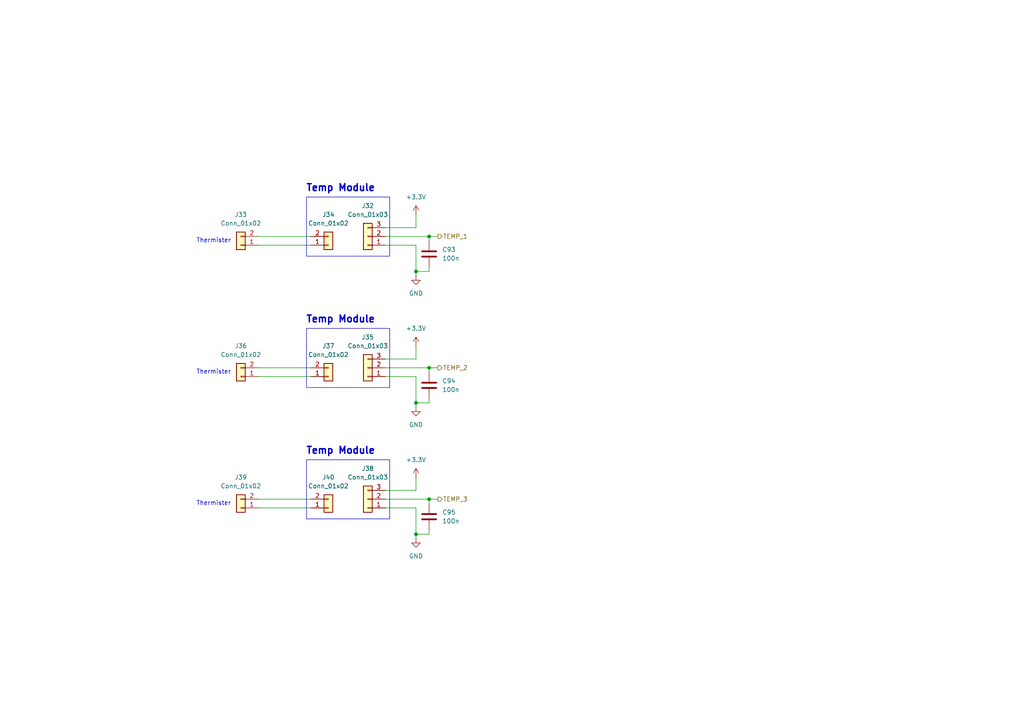
<source format=kicad_sch>
(kicad_sch (version 20250114) (generator "eeschema") (generator_version "9.0")
  (paper "A4")
  (title_block (title "Scorpion max V1") (rev "V1"))
  (lib_symbols
    (symbol "Connector_Generic:Conn_01x02" (pin_names (offset 1.016) (hide yes))
      (property "Reference" "J" (at 0 2.54 0))
      (property "Value" "Conn_01x02" (at 0 -5.08 0))
      (symbol "Conn_01x02_1_1"
        (rectangle (start -1.27 1.27) (end 1.27 -3.81) (stroke (width 0.254)) (fill (type background)))
        (rectangle (start -1.27 0.127) (end 0 -0.127) (stroke (width 0.1524)))
        (rectangle (start -1.27 -2.413) (end 0 -2.667) (stroke (width 0.1524)))
        (pin passive line (at -5.08 0 0) (length 3.81) (name "Pin_1") (number "1"))
        (pin passive line (at -5.08 -2.54 0) (length 3.81) (name "Pin_2") (number "2"))
      )
    )
    (symbol "Connector_Generic:Conn_01x03" (pin_names (offset 1.016) (hide yes))
      (property "Reference" "J" (at 0 5.08 0))
      (property "Value" "Conn_01x03" (at 0 -5.08 0))
      (symbol "Conn_01x03_1_1"
        (rectangle (start -1.27 3.81) (end 1.27 -3.81) (stroke (width 0.254)) (fill (type background)))
        (rectangle (start -1.27 2.667) (end 0 2.413) (stroke (width 0.1524)))
        (rectangle (start -1.27 0.127) (end 0 -0.127) (stroke (width 0.1524)))
        (rectangle (start -1.27 -2.413) (end 0 -2.667) (stroke (width 0.1524)))
        (pin passive line (at -5.08 2.54 0) (length 3.81) (name "Pin_1") (number "1"))
        (pin passive line (at -5.08 0 0) (length 3.81) (name "Pin_2") (number "2"))
        (pin passive line (at -5.08 -2.54 0) (length 3.81) (name "Pin_3") (number "3"))
      )
    )
    (symbol "Device:C" (pin_numbers (hide yes)) (pin_names (offset 0.254))
      (property "Reference" "C" (at 0.635 2.54 0))
      (property "Value" "C" (at 0.635 -2.54 0))
      (symbol "C_0_1"
        (polyline (pts (xy -2.032 0.762) (xy 2.032 0.762)) (stroke (width 0.508)))
        (polyline (pts (xy -2.032 -0.762) (xy 2.032 -0.762)) (stroke (width 0.508)))
      )
      (symbol "C_1_1"
        (pin passive line (at 0 3.81 270) (length 2.794) (name "~") (number "1"))
        (pin passive line (at 0 -3.81 90) (length 2.794) (name "~") (number "2"))
      )
    )
    (symbol "power:+3.3V" (power) (pin_numbers (hide yes)) (pin_names (offset 0) (hide yes))
      (property "Value" "+3.3V" (at 0 3.556 0))
      (symbol "+3.3V_0_1"
        (polyline (pts (xy -0.762 1.27) (xy 0 2.54)))
        (polyline (pts (xy 0 2.54) (xy 0.762 1.27)))
        (polyline (pts (xy 0 0) (xy 0 2.54)))
      )
      (symbol "+3.3V_1_1"
        (pin power_in line (at 0 0 90) (length 0) (name "~") (number "1"))
      )
    )
    (symbol "power:GND" (power) (pin_numbers (hide yes)) (pin_names (offset 0) (hide yes))
      (property "Value" "GND" (at 0 -3.81 0))
      (symbol "GND_0_1"
        (polyline (pts (xy 0 0) (xy 0 -1.27) (xy 1.27 -1.27) (xy 0 -2.54) (xy -1.27 -1.27) (xy 0 -1.27)))
      )
      (symbol "GND_1_1"
        (pin power_in line (at 0 0 270) (length 0) (name "~") (number "1"))
      )
    )
  )
  (rectangle (start 88.9 133.35) (end 113.03 150.495))
  (rectangle (start 88.9 95.25) (end 113.03 112.395))
  (rectangle (start 88.9 57.15) (end 113.03 74.295))
  (text "Thermister\n" (at 61.976 69.85 0) (effects (font (size 1.27 1.27))))
  (text "Temp Module\n" (at 98.806 130.81 0) (effects (font (size 2 2) (thickness 0.4) (bold yes))))
  (text "Temp Module\n" (at 98.806 54.61 0) (effects (font (size 2 2) (thickness 0.4) (bold yes))))
  (text "Thermister\n" (at 61.976 146.05 0) (effects (font (size 1.27 1.27))))
  (text "Temp Module\n" (at 98.806 92.71 0) (effects (font (size 2 2) (thickness 0.4) (bold yes))))
  (text "Thermister\n" (at 61.976 107.95 0) (effects (font (size 1.27 1.27))))
  (junction (at 124.46 106.68))
  (junction (at 124.46 68.58))
  (junction (at 124.46 144.78))
  (junction (at 120.65 116.84))
  (junction (at 120.65 154.94))
  (junction (at 120.65 78.74))
  (wire (pts (xy 90.17 106.68) (xy 74.93 106.68)))
  (wire (pts (xy 120.65 104.14) (xy 120.65 100.33)))
  (wire (pts (xy 120.65 71.12) (xy 120.65 78.74)))
  (wire (pts (xy 127 144.78) (xy 124.46 144.78)))
  (wire (pts (xy 127 106.68) (xy 124.46 106.68)))
  (wire (pts (xy 111.76 147.32) (xy 120.65 147.32)))
  (wire (pts (xy 90.17 68.58) (xy 74.93 68.58)))
  (wire (pts (xy 124.46 144.78) (xy 111.76 144.78)))
  (wire (pts (xy 124.46 154.94) (xy 124.46 153.67)))
  (wire (pts (xy 120.65 116.84) (xy 120.65 118.11)))
  (wire (pts (xy 111.76 71.12) (xy 120.65 71.12)))
  (wire (pts (xy 124.46 68.58) (xy 111.76 68.58)))
  (wire (pts (xy 120.65 66.04) (xy 120.65 62.23)))
  (wire (pts (xy 90.17 147.32) (xy 74.93 147.32)))
  (wire (pts (xy 90.17 144.78) (xy 74.93 144.78)))
  (wire (pts (xy 124.46 146.05) (xy 124.46 144.78)))
  (wire (pts (xy 124.46 78.74) (xy 124.46 77.47)))
  (wire (pts (xy 124.46 69.85) (xy 124.46 68.58)))
  (wire (pts (xy 124.46 106.68) (xy 111.76 106.68)))
  (wire (pts (xy 124.46 107.95) (xy 124.46 106.68)))
  (wire (pts (xy 111.76 142.24) (xy 120.65 142.24)))
  (wire (pts (xy 120.65 78.74) (xy 120.65 80.01)))
  (wire (pts (xy 120.65 116.84) (xy 124.46 116.84)))
  (wire (pts (xy 120.65 109.22) (xy 120.65 116.84)))
  (wire (pts (xy 120.65 154.94) (xy 120.65 156.21)))
  (wire (pts (xy 90.17 71.12) (xy 74.93 71.12)))
  (wire (pts (xy 124.46 116.84) (xy 124.46 115.57)))
  (wire (pts (xy 111.76 66.04) (xy 120.65 66.04)))
  (wire (pts (xy 120.65 142.24) (xy 120.65 138.43)))
  (wire (pts (xy 120.65 147.32) (xy 120.65 154.94)))
  (wire (pts (xy 120.65 154.94) (xy 124.46 154.94)))
  (wire (pts (xy 111.76 104.14) (xy 120.65 104.14)))
  (wire (pts (xy 90.17 109.22) (xy 74.93 109.22)))
  (wire (pts (xy 120.65 78.74) (xy 124.46 78.74)))
  (wire (pts (xy 127 68.58) (xy 124.46 68.58)))
  (wire (pts (xy 111.76 109.22) (xy 120.65 109.22)))
  (hierarchical_label "TEMP_2" (shape output) (at 127 106.68 0))
  (hierarchical_label "TEMP_1" (shape output) (at 127 68.58 0))
  (hierarchical_label "TEMP_3" (shape output) (at 127 144.78 0))
  (symbol (lib_id "Connector_Generic:Conn_01x02") (at 95.25 71.12 0) (mirror x) (unit 1)
    (property "Reference" "J34" (at 95.25 62.23 0))
    (property "Value" "Conn_01x02" (at 95.25 64.77 0))
    (property "Footprint" "Connector_PinSocket_2.54mm:PinSocket_1x02_P2.54mm_Vertical" (effects (hide yes)))
    (property "Description" "Generic connector, single row, 01x02, script generated (kicad-library-utils/schlib/autogen/connector/)" (effects (hide yes)))
  )
  (symbol (lib_id "Device:C") (at 124.46 149.86 0) (unit 1)
    (property "Reference" "C95" (at 128.27 148.5899 0) (effects (justify left)))
    (property "Value" "100n" (at 128.27 151.1299 0) (effects (justify left)))
    (property "Footprint" "Capacitor_SMD:C_0603_1608Metric" (effects (hide yes)))
    (property "Description" "Unpolarized capacitor" (effects (hide yes)))
  )
  (symbol (lib_id "Connector_Generic:Conn_01x02") (at 69.85 147.32 180) (unit 1)
    (property "Reference" "J39" (at 69.85 138.43 0))
    (property "Value" "Conn_01x02" (at 69.85 140.97 0))
    (property "Footprint" "Connector_JST:JST_XH_B2B-XH-A_1x02_P2.50mm_Vertical" (effects (hide yes)))
    (property "Description" "Generic connector, single row, 01x02, script generated (kicad-library-utils/schlib/autogen/connector/)" (effects (hide yes)))
  )
  (symbol (lib_id "power:+3.3V") (at 120.65 100.33 0) (unit 1)
    (property "Reference" "#PWR0178" (effects (hide yes)))
    (property "Value" "+3.3V" (at 120.65 95.25 0))
    (property "Description" "Power symbol creates a global label with name \"+3.3V\"" (effects (hide yes)))
  )
  (symbol (lib_id "power:GND") (at 120.65 156.21 0) (unit 1)
    (property "Reference" "#PWR0181" (effects (hide yes)))
    (property "Value" "GND" (at 120.65 161.29 0))
    (property "Description" "Power symbol creates a global label with name \"GND\" , ground" (effects (hide yes)))
  )
  (symbol (lib_id "power:GND") (at 120.65 118.11 0) (unit 1)
    (property "Reference" "#PWR0179" (effects (hide yes)))
    (property "Value" "GND" (at 120.65 123.19 0))
    (property "Description" "Power symbol creates a global label with name \"GND\" , ground" (effects (hide yes)))
  )
  (symbol (lib_id "power:GND") (at 120.65 80.01 0) (unit 1)
    (property "Reference" "#PWR0177" (effects (hide yes)))
    (property "Value" "GND" (at 120.65 85.09 0))
    (property "Description" "Power symbol creates a global label with name \"GND\" , ground" (effects (hide yes)))
  )
  (symbol (lib_id "power:+3.3V") (at 120.65 62.23 0) (unit 1)
    (property "Reference" "#PWR0176" (effects (hide yes)))
    (property "Value" "+3.3V" (at 120.65 57.15 0))
    (property "Description" "Power symbol creates a global label with name \"+3.3V\"" (effects (hide yes)))
  )
  (symbol (lib_id "Device:C") (at 124.46 111.76 0) (unit 1)
    (property "Reference" "C94" (at 128.27 110.4899 0) (effects (justify left)))
    (property "Value" "100n" (at 128.27 113.0299 0) (effects (justify left)))
    (property "Footprint" "Capacitor_SMD:C_0603_1608Metric" (effects (hide yes)))
    (property "Description" "Unpolarized capacitor" (effects (hide yes)))
  )
  (symbol (lib_id "Connector_Generic:Conn_01x03") (at 106.68 106.68 180) (unit 1)
    (property "Reference" "J35" (at 106.68 97.79 0))
    (property "Value" "Conn_01x03" (at 106.68 100.33 0))
    (property "Footprint" "Connector_PinSocket_2.54mm:PinSocket_1x03_P2.54mm_Vertical" (effects (hide yes)))
    (property "Description" "Generic connector, single row, 01x03, script generated (kicad-library-utils/schlib/autogen/connector/)" (effects (hide yes)))
  )
  (symbol (lib_id "Connector_Generic:Conn_01x02") (at 69.85 71.12 180) (unit 1)
    (property "Reference" "J33" (at 69.85 62.23 0))
    (property "Value" "Conn_01x02" (at 69.85 64.77 0))
    (property "Footprint" "Connector_JST:JST_XH_B2B-XH-A_1x02_P2.50mm_Vertical" (effects (hide yes)))
    (property "Description" "Generic connector, single row, 01x02, script generated (kicad-library-utils/schlib/autogen/connector/)" (effects (hide yes)))
  )
  (symbol (lib_id "Device:C") (at 124.46 73.66 0) (unit 1)
    (property "Reference" "C93" (at 128.27 72.3899 0) (effects (justify left)))
    (property "Value" "100n" (at 128.27 74.9299 0) (effects (justify left)))
    (property "Footprint" "Capacitor_SMD:C_0603_1608Metric" (effects (hide yes)))
    (property "Description" "Unpolarized capacitor" (effects (hide yes)))
  )
  (symbol (lib_id "Connector_Generic:Conn_01x02") (at 95.25 147.32 0) (mirror x) (unit 1)
    (property "Reference" "J40" (at 95.25 138.43 0))
    (property "Value" "Conn_01x02" (at 95.25 140.97 0))
    (property "Footprint" "Connector_PinSocket_2.54mm:PinSocket_1x02_P2.54mm_Vertical" (effects (hide yes)))
    (property "Description" "Generic connector, single row, 01x02, script generated (kicad-library-utils/schlib/autogen/connector/)" (effects (hide yes)))
  )
  (symbol (lib_id "Connector_Generic:Conn_01x02") (at 95.25 109.22 0) (mirror x) (unit 1)
    (property "Reference" "J37" (at 95.25 100.33 0))
    (property "Value" "Conn_01x02" (at 95.25 102.87 0))
    (property "Footprint" "Connector_PinSocket_2.54mm:PinSocket_1x02_P2.54mm_Vertical" (effects (hide yes)))
    (property "Description" "Generic connector, single row, 01x02, script generated (kicad-library-utils/schlib/autogen/connector/)" (effects (hide yes)))
  )
  (symbol (lib_id "power:+3.3V") (at 120.65 138.43 0) (unit 1)
    (property "Reference" "#PWR0180" (effects (hide yes)))
    (property "Value" "+3.3V" (at 120.65 133.35 0))
    (property "Description" "Power symbol creates a global label with name \"+3.3V\"" (effects (hide yes)))
  )
  (symbol (lib_id "Connector_Generic:Conn_01x03") (at 106.68 144.78 180) (unit 1)
    (property "Reference" "J38" (at 106.68 135.89 0))
    (property "Value" "Conn_01x03" (at 106.68 138.43 0))
    (property "Footprint" "Connector_PinSocket_2.54mm:PinSocket_1x03_P2.54mm_Vertical" (effects (hide yes)))
    (property "Description" "Generic connector, single row, 01x03, script generated (kicad-library-utils/schlib/autogen/connector/)" (effects (hide yes)))
  )
  (symbol (lib_id "Connector_Generic:Conn_01x03") (at 106.68 68.58 180) (unit 1)
    (property "Reference" "J32" (at 106.68 59.69 0))
    (property "Value" "Conn_01x03" (at 106.68 62.23 0))
    (property "Footprint" "Connector_PinSocket_2.54mm:PinSocket_1x03_P2.54mm_Vertical" (effects (hide yes)))
    (property "Description" "Generic connector, single row, 01x03, script generated (kicad-library-utils/schlib/autogen/connector/)" (effects (hide yes)))
  )
  (symbol (lib_id "Connector_Generic:Conn_01x02") (at 69.85 109.22 180) (unit 1)
    (property "Reference" "J36" (at 69.85 100.33 0))
    (property "Value" "Conn_01x02" (at 69.85 102.87 0))
    (property "Footprint" "Connector_JST:JST_XH_B2B-XH-A_1x02_P2.50mm_Vertical" (effects (hide yes)))
    (property "Description" "Generic connector, single row, 01x02, script generated (kicad-library-utils/schlib/autogen/connector/)" (effects (hide yes)))
  )
)
</source>
